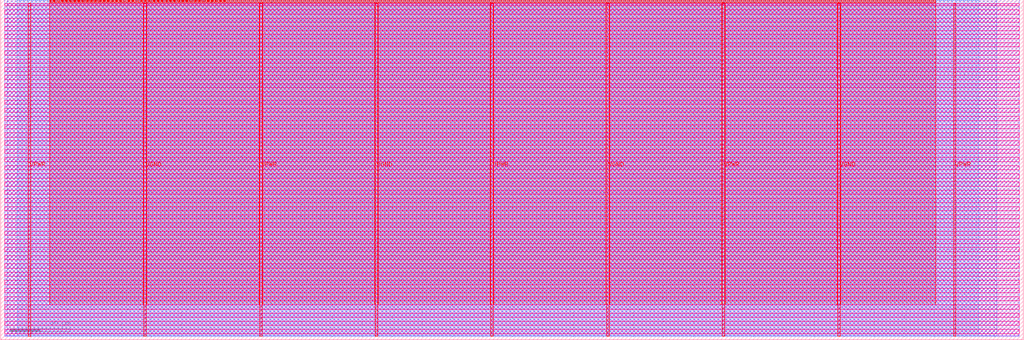
<source format=lef>
VERSION 5.7 ;
  NOWIREEXTENSIONATPIN ON ;
  DIVIDERCHAR "/" ;
  BUSBITCHARS "[]" ;
MACRO tt_um_retospect_neurochip
  CLASS BLOCK ;
  FOREIGN tt_um_retospect_neurochip ;
  ORIGIN 0.000 0.000 ;
  SIZE 678.960 BY 225.760 ;
  PIN VGND
    DIRECTION INOUT ;
    USE GROUND ;
    PORT
      LAYER met4 ;
        RECT 95.080 2.480 96.680 223.280 ;
    END
    PORT
      LAYER met4 ;
        RECT 248.680 2.480 250.280 223.280 ;
    END
    PORT
      LAYER met4 ;
        RECT 402.280 2.480 403.880 223.280 ;
    END
    PORT
      LAYER met4 ;
        RECT 555.880 2.480 557.480 223.280 ;
    END
  END VGND
  PIN VPWR
    DIRECTION INOUT ;
    USE POWER ;
    PORT
      LAYER met4 ;
        RECT 18.280 2.480 19.880 223.280 ;
    END
    PORT
      LAYER met4 ;
        RECT 171.880 2.480 173.480 223.280 ;
    END
    PORT
      LAYER met4 ;
        RECT 325.480 2.480 327.080 223.280 ;
    END
    PORT
      LAYER met4 ;
        RECT 479.080 2.480 480.680 223.280 ;
    END
    PORT
      LAYER met4 ;
        RECT 632.680 2.480 634.280 223.280 ;
    END
  END VPWR
  PIN clk
    DIRECTION INPUT ;
    USE SIGNAL ;
    ANTENNAGATEAREA 0.852000 ;
    PORT
      LAYER met4 ;
        RECT 145.670 224.760 145.970 225.760 ;
    END
  END clk
  PIN ena
    DIRECTION INPUT ;
    USE SIGNAL ;
    ANTENNAGATEAREA 0.196500 ;
    PORT
      LAYER met4 ;
        RECT 148.430 224.760 148.730 225.760 ;
    END
  END ena
  PIN rst_n
    DIRECTION INPUT ;
    USE SIGNAL ;
    ANTENNAGATEAREA 0.196500 ;
    PORT
      LAYER met4 ;
        RECT 142.910 224.760 143.210 225.760 ;
    END
  END rst_n
  PIN ui_in[0]
    DIRECTION INPUT ;
    USE SIGNAL ;
    PORT
      LAYER met4 ;
        RECT 140.150 224.760 140.450 225.760 ;
    END
  END ui_in[0]
  PIN ui_in[1]
    DIRECTION INPUT ;
    USE SIGNAL ;
    PORT
      LAYER met4 ;
        RECT 137.390 224.760 137.690 225.760 ;
    END
  END ui_in[1]
  PIN ui_in[2]
    DIRECTION INPUT ;
    USE SIGNAL ;
    PORT
      LAYER met4 ;
        RECT 134.630 224.760 134.930 225.760 ;
    END
  END ui_in[2]
  PIN ui_in[3]
    DIRECTION INPUT ;
    USE SIGNAL ;
    PORT
      LAYER met4 ;
        RECT 131.870 224.760 132.170 225.760 ;
    END
  END ui_in[3]
  PIN ui_in[4]
    DIRECTION INPUT ;
    USE SIGNAL ;
    PORT
      LAYER met4 ;
        RECT 129.110 224.760 129.410 225.760 ;
    END
  END ui_in[4]
  PIN ui_in[5]
    DIRECTION INPUT ;
    USE SIGNAL ;
    PORT
      LAYER met4 ;
        RECT 126.350 224.760 126.650 225.760 ;
    END
  END ui_in[5]
  PIN ui_in[6]
    DIRECTION INPUT ;
    USE SIGNAL ;
    PORT
      LAYER met4 ;
        RECT 123.590 224.760 123.890 225.760 ;
    END
  END ui_in[6]
  PIN ui_in[7]
    DIRECTION INPUT ;
    USE SIGNAL ;
    PORT
      LAYER met4 ;
        RECT 120.830 224.760 121.130 225.760 ;
    END
  END ui_in[7]
  PIN uio_in[0]
    DIRECTION INPUT ;
    USE SIGNAL ;
    ANTENNAGATEAREA 0.495000 ;
    PORT
      LAYER met4 ;
        RECT 118.070 224.760 118.370 225.760 ;
    END
  END uio_in[0]
  PIN uio_in[1]
    DIRECTION INPUT ;
    USE SIGNAL ;
    PORT
      LAYER met4 ;
        RECT 115.310 224.760 115.610 225.760 ;
    END
  END uio_in[1]
  PIN uio_in[2]
    DIRECTION INPUT ;
    USE SIGNAL ;
    ANTENNAGATEAREA 0.196500 ;
    PORT
      LAYER met4 ;
        RECT 112.550 224.760 112.850 225.760 ;
    END
  END uio_in[2]
  PIN uio_in[3]
    DIRECTION INPUT ;
    USE SIGNAL ;
    ANTENNAGATEAREA 0.426000 ;
    PORT
      LAYER met4 ;
        RECT 109.790 224.760 110.090 225.760 ;
    END
  END uio_in[3]
  PIN uio_in[4]
    DIRECTION INPUT ;
    USE SIGNAL ;
    PORT
      LAYER met4 ;
        RECT 107.030 224.760 107.330 225.760 ;
    END
  END uio_in[4]
  PIN uio_in[5]
    DIRECTION INPUT ;
    USE SIGNAL ;
    PORT
      LAYER met4 ;
        RECT 104.270 224.760 104.570 225.760 ;
    END
  END uio_in[5]
  PIN uio_in[6]
    DIRECTION INPUT ;
    USE SIGNAL ;
    ANTENNAGATEAREA 0.213000 ;
    PORT
      LAYER met4 ;
        RECT 101.510 224.760 101.810 225.760 ;
    END
  END uio_in[6]
  PIN uio_in[7]
    DIRECTION INPUT ;
    USE SIGNAL ;
    PORT
      LAYER met4 ;
        RECT 98.750 224.760 99.050 225.760 ;
    END
  END uio_in[7]
  PIN uio_oe[0]
    DIRECTION OUTPUT TRISTATE ;
    USE SIGNAL ;
    PORT
      LAYER met4 ;
        RECT 51.830 224.760 52.130 225.760 ;
    END
  END uio_oe[0]
  PIN uio_oe[1]
    DIRECTION OUTPUT TRISTATE ;
    USE SIGNAL ;
    PORT
      LAYER met4 ;
        RECT 49.070 224.760 49.370 225.760 ;
    END
  END uio_oe[1]
  PIN uio_oe[2]
    DIRECTION OUTPUT TRISTATE ;
    USE SIGNAL ;
    PORT
      LAYER met4 ;
        RECT 46.310 224.760 46.610 225.760 ;
    END
  END uio_oe[2]
  PIN uio_oe[3]
    DIRECTION OUTPUT TRISTATE ;
    USE SIGNAL ;
    PORT
      LAYER met4 ;
        RECT 43.550 224.760 43.850 225.760 ;
    END
  END uio_oe[3]
  PIN uio_oe[4]
    DIRECTION OUTPUT TRISTATE ;
    USE SIGNAL ;
    PORT
      LAYER met4 ;
        RECT 40.790 224.760 41.090 225.760 ;
    END
  END uio_oe[4]
  PIN uio_oe[5]
    DIRECTION OUTPUT TRISTATE ;
    USE SIGNAL ;
    PORT
      LAYER met4 ;
        RECT 38.030 224.760 38.330 225.760 ;
    END
  END uio_oe[5]
  PIN uio_oe[6]
    DIRECTION OUTPUT TRISTATE ;
    USE SIGNAL ;
    PORT
      LAYER met4 ;
        RECT 35.270 224.760 35.570 225.760 ;
    END
  END uio_oe[6]
  PIN uio_oe[7]
    DIRECTION OUTPUT TRISTATE ;
    USE SIGNAL ;
    PORT
      LAYER met4 ;
        RECT 32.510 224.760 32.810 225.760 ;
    END
  END uio_oe[7]
  PIN uio_out[0]
    DIRECTION OUTPUT TRISTATE ;
    USE SIGNAL ;
    PORT
      LAYER met4 ;
        RECT 73.910 224.760 74.210 225.760 ;
    END
  END uio_out[0]
  PIN uio_out[1]
    DIRECTION OUTPUT TRISTATE ;
    USE SIGNAL ;
    ANTENNADIFFAREA 0.795200 ;
    PORT
      LAYER met4 ;
        RECT 71.150 224.760 71.450 225.760 ;
    END
  END uio_out[1]
  PIN uio_out[2]
    DIRECTION OUTPUT TRISTATE ;
    USE SIGNAL ;
    PORT
      LAYER met4 ;
        RECT 68.390 224.760 68.690 225.760 ;
    END
  END uio_out[2]
  PIN uio_out[3]
    DIRECTION OUTPUT TRISTATE ;
    USE SIGNAL ;
    PORT
      LAYER met4 ;
        RECT 65.630 224.760 65.930 225.760 ;
    END
  END uio_out[3]
  PIN uio_out[4]
    DIRECTION OUTPUT TRISTATE ;
    USE SIGNAL ;
    ANTENNADIFFAREA 0.795200 ;
    PORT
      LAYER met4 ;
        RECT 62.870 224.760 63.170 225.760 ;
    END
  END uio_out[4]
  PIN uio_out[5]
    DIRECTION OUTPUT TRISTATE ;
    USE SIGNAL ;
    ANTENNADIFFAREA 0.795200 ;
    PORT
      LAYER met4 ;
        RECT 60.110 224.760 60.410 225.760 ;
    END
  END uio_out[5]
  PIN uio_out[6]
    DIRECTION OUTPUT TRISTATE ;
    USE SIGNAL ;
    PORT
      LAYER met4 ;
        RECT 57.350 224.760 57.650 225.760 ;
    END
  END uio_out[6]
  PIN uio_out[7]
    DIRECTION OUTPUT TRISTATE ;
    USE SIGNAL ;
    PORT
      LAYER met4 ;
        RECT 54.590 224.760 54.890 225.760 ;
    END
  END uio_out[7]
  PIN uo_out[0]
    DIRECTION OUTPUT TRISTATE ;
    USE SIGNAL ;
    ANTENNADIFFAREA 0.795200 ;
    PORT
      LAYER met4 ;
        RECT 95.990 224.760 96.290 225.760 ;
    END
  END uo_out[0]
  PIN uo_out[1]
    DIRECTION OUTPUT TRISTATE ;
    USE SIGNAL ;
    ANTENNADIFFAREA 0.891000 ;
    PORT
      LAYER met4 ;
        RECT 93.230 224.760 93.530 225.760 ;
    END
  END uo_out[1]
  PIN uo_out[2]
    DIRECTION OUTPUT TRISTATE ;
    USE SIGNAL ;
    ANTENNADIFFAREA 0.795200 ;
    PORT
      LAYER met4 ;
        RECT 90.470 224.760 90.770 225.760 ;
    END
  END uo_out[2]
  PIN uo_out[3]
    DIRECTION OUTPUT TRISTATE ;
    USE SIGNAL ;
    ANTENNADIFFAREA 0.891000 ;
    PORT
      LAYER met4 ;
        RECT 87.710 224.760 88.010 225.760 ;
    END
  END uo_out[3]
  PIN uo_out[4]
    DIRECTION OUTPUT TRISTATE ;
    USE SIGNAL ;
    ANTENNADIFFAREA 1.590400 ;
    PORT
      LAYER met4 ;
        RECT 84.950 224.760 85.250 225.760 ;
    END
  END uo_out[4]
  PIN uo_out[5]
    DIRECTION OUTPUT TRISTATE ;
    USE SIGNAL ;
    ANTENNADIFFAREA 1.590400 ;
    PORT
      LAYER met4 ;
        RECT 82.190 224.760 82.490 225.760 ;
    END
  END uo_out[5]
  PIN uo_out[6]
    DIRECTION OUTPUT TRISTATE ;
    USE SIGNAL ;
    ANTENNADIFFAREA 0.891000 ;
    PORT
      LAYER met4 ;
        RECT 79.430 224.760 79.730 225.760 ;
    END
  END uo_out[6]
  PIN uo_out[7]
    DIRECTION OUTPUT TRISTATE ;
    USE SIGNAL ;
    ANTENNADIFFAREA 0.795200 ;
    PORT
      LAYER met4 ;
        RECT 76.670 224.760 76.970 225.760 ;
    END
  END uo_out[7]
  OBS
      LAYER nwell ;
        RECT 2.570 221.625 676.390 223.230 ;
        RECT 2.570 216.185 676.390 219.015 ;
        RECT 2.570 210.745 676.390 213.575 ;
        RECT 2.570 205.305 676.390 208.135 ;
        RECT 2.570 199.865 676.390 202.695 ;
        RECT 2.570 194.425 676.390 197.255 ;
        RECT 2.570 188.985 676.390 191.815 ;
        RECT 2.570 183.545 676.390 186.375 ;
        RECT 2.570 178.105 676.390 180.935 ;
        RECT 2.570 172.665 676.390 175.495 ;
        RECT 2.570 167.225 676.390 170.055 ;
        RECT 2.570 161.785 676.390 164.615 ;
        RECT 2.570 156.345 676.390 159.175 ;
        RECT 2.570 150.905 676.390 153.735 ;
        RECT 2.570 145.465 676.390 148.295 ;
        RECT 2.570 140.025 676.390 142.855 ;
        RECT 2.570 134.585 676.390 137.415 ;
        RECT 2.570 129.145 676.390 131.975 ;
        RECT 2.570 123.705 676.390 126.535 ;
        RECT 2.570 118.265 676.390 121.095 ;
        RECT 2.570 112.825 676.390 115.655 ;
        RECT 2.570 107.385 676.390 110.215 ;
        RECT 2.570 101.945 676.390 104.775 ;
        RECT 2.570 96.505 676.390 99.335 ;
        RECT 2.570 91.065 676.390 93.895 ;
        RECT 2.570 85.625 676.390 88.455 ;
        RECT 2.570 80.185 676.390 83.015 ;
        RECT 2.570 74.745 676.390 77.575 ;
        RECT 2.570 69.305 676.390 72.135 ;
        RECT 2.570 63.865 676.390 66.695 ;
        RECT 2.570 58.425 676.390 61.255 ;
        RECT 2.570 52.985 676.390 55.815 ;
        RECT 2.570 47.545 676.390 50.375 ;
        RECT 2.570 42.105 676.390 44.935 ;
        RECT 2.570 36.665 676.390 39.495 ;
        RECT 2.570 31.225 676.390 34.055 ;
        RECT 2.570 25.785 676.390 28.615 ;
        RECT 2.570 20.345 676.390 23.175 ;
        RECT 2.570 14.905 676.390 17.735 ;
        RECT 2.570 9.465 676.390 12.295 ;
        RECT 2.570 4.025 676.390 6.855 ;
      LAYER li1 ;
        RECT 2.760 2.635 676.200 223.125 ;
      LAYER met1 ;
        RECT 2.760 2.480 676.200 225.720 ;
      LAYER met2 ;
        RECT 4.240 2.535 661.380 225.750 ;
      LAYER met3 ;
        RECT 11.105 2.555 649.455 225.585 ;
      LAYER met4 ;
        RECT 33.210 224.360 34.870 225.585 ;
        RECT 35.970 224.360 37.630 225.585 ;
        RECT 38.730 224.360 40.390 225.585 ;
        RECT 41.490 224.360 43.150 225.585 ;
        RECT 44.250 224.360 45.910 225.585 ;
        RECT 47.010 224.360 48.670 225.585 ;
        RECT 49.770 224.360 51.430 225.585 ;
        RECT 52.530 224.360 54.190 225.585 ;
        RECT 55.290 224.360 56.950 225.585 ;
        RECT 58.050 224.360 59.710 225.585 ;
        RECT 60.810 224.360 62.470 225.585 ;
        RECT 63.570 224.360 65.230 225.585 ;
        RECT 66.330 224.360 67.990 225.585 ;
        RECT 69.090 224.360 70.750 225.585 ;
        RECT 71.850 224.360 73.510 225.585 ;
        RECT 74.610 224.360 76.270 225.585 ;
        RECT 77.370 224.360 79.030 225.585 ;
        RECT 80.130 224.360 81.790 225.585 ;
        RECT 82.890 224.360 84.550 225.585 ;
        RECT 85.650 224.360 87.310 225.585 ;
        RECT 88.410 224.360 90.070 225.585 ;
        RECT 91.170 224.360 92.830 225.585 ;
        RECT 93.930 224.360 95.590 225.585 ;
        RECT 96.690 224.360 98.350 225.585 ;
        RECT 99.450 224.360 101.110 225.585 ;
        RECT 102.210 224.360 103.870 225.585 ;
        RECT 104.970 224.360 106.630 225.585 ;
        RECT 107.730 224.360 109.390 225.585 ;
        RECT 110.490 224.360 112.150 225.585 ;
        RECT 113.250 224.360 114.910 225.585 ;
        RECT 116.010 224.360 117.670 225.585 ;
        RECT 118.770 224.360 120.430 225.585 ;
        RECT 121.530 224.360 123.190 225.585 ;
        RECT 124.290 224.360 125.950 225.585 ;
        RECT 127.050 224.360 128.710 225.585 ;
        RECT 129.810 224.360 131.470 225.585 ;
        RECT 132.570 224.360 134.230 225.585 ;
        RECT 135.330 224.360 136.990 225.585 ;
        RECT 138.090 224.360 139.750 225.585 ;
        RECT 140.850 224.360 142.510 225.585 ;
        RECT 143.610 224.360 145.270 225.585 ;
        RECT 146.370 224.360 148.030 225.585 ;
        RECT 149.130 224.360 620.705 225.585 ;
        RECT 32.495 223.680 620.705 224.360 ;
        RECT 32.495 23.295 94.680 223.680 ;
        RECT 97.080 23.295 171.480 223.680 ;
        RECT 173.880 23.295 248.280 223.680 ;
        RECT 250.680 23.295 325.080 223.680 ;
        RECT 327.480 23.295 401.880 223.680 ;
        RECT 404.280 23.295 478.680 223.680 ;
        RECT 481.080 23.295 555.480 223.680 ;
        RECT 557.880 23.295 620.705 223.680 ;
  END
END tt_um_retospect_neurochip
END LIBRARY


</source>
